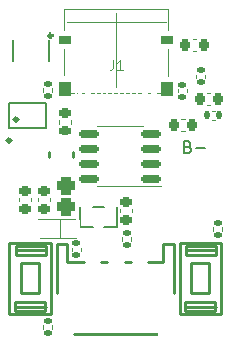
<source format=gto>
G04 #@! TF.GenerationSoftware,KiCad,Pcbnew,7.0.1-0*
G04 #@! TF.CreationDate,2024-01-29T00:44:29+01:00*
G04 #@! TF.ProjectId,Smart_Lamps,536d6172-745f-44c6-916d-70732e6b6963,rev?*
G04 #@! TF.SameCoordinates,Original*
G04 #@! TF.FileFunction,Legend,Top*
G04 #@! TF.FilePolarity,Positive*
%FSLAX46Y46*%
G04 Gerber Fmt 4.6, Leading zero omitted, Abs format (unit mm)*
G04 Created by KiCad (PCBNEW 7.0.1-0) date 2024-01-29 00:44:29*
%MOMM*%
%LPD*%
G01*
G04 APERTURE LIST*
G04 Aperture macros list*
%AMRoundRect*
0 Rectangle with rounded corners*
0 $1 Rounding radius*
0 $2 $3 $4 $5 $6 $7 $8 $9 X,Y pos of 4 corners*
0 Add a 4 corners polygon primitive as box body*
4,1,4,$2,$3,$4,$5,$6,$7,$8,$9,$2,$3,0*
0 Add four circle primitives for the rounded corners*
1,1,$1+$1,$2,$3*
1,1,$1+$1,$4,$5*
1,1,$1+$1,$6,$7*
1,1,$1+$1,$8,$9*
0 Add four rect primitives between the rounded corners*
20,1,$1+$1,$2,$3,$4,$5,0*
20,1,$1+$1,$4,$5,$6,$7,0*
20,1,$1+$1,$6,$7,$8,$9,0*
20,1,$1+$1,$8,$9,$2,$3,0*%
G04 Aperture macros list end*
%ADD10C,0.150000*%
%ADD11C,0.100000*%
%ADD12C,0.120000*%
%ADD13C,0.250000*%
%ADD14C,0.300000*%
%ADD15C,0.020000*%
%ADD16C,0.080000*%
%ADD17RoundRect,0.225000X0.250000X-0.225000X0.250000X0.225000X-0.250000X0.225000X-0.250000X-0.225000X0*%
%ADD18RoundRect,0.135000X-0.135000X-0.185000X0.135000X-0.185000X0.135000X0.185000X-0.135000X0.185000X0*%
%ADD19R,0.600000X1.070000*%
%ADD20R,1.800000X1.800000*%
%ADD21RoundRect,0.135000X0.185000X-0.135000X0.185000X0.135000X-0.185000X0.135000X-0.185000X-0.135000X0*%
%ADD22RoundRect,0.225000X-0.250000X0.225000X-0.250000X-0.225000X0.250000X-0.225000X0.250000X0.225000X0*%
%ADD23RoundRect,0.135000X-0.185000X0.135000X-0.185000X-0.135000X0.185000X-0.135000X0.185000X0.135000X0*%
%ADD24RoundRect,0.225000X0.225000X0.250000X-0.225000X0.250000X-0.225000X-0.250000X0.225000X-0.250000X0*%
%ADD25RoundRect,0.381000X-0.390500X-0.381000X0.390500X-0.381000X0.390500X0.381000X-0.390500X0.381000X0*%
%ADD26R,2.200000X1.200000*%
%ADD27C,3.600000*%
%ADD28C,5.600000*%
%ADD29RoundRect,0.150000X0.675000X0.150000X-0.675000X0.150000X-0.675000X-0.150000X0.675000X-0.150000X0*%
%ADD30R,2.043000X3.000000*%
%ADD31O,0.280000X1.620000*%
%ADD32RoundRect,0.225000X-0.225000X-0.250000X0.225000X-0.250000X0.225000X0.250000X-0.225000X0.250000X0*%
%ADD33R,0.530000X1.070000*%
%ADD34C,0.670000*%
%ADD35R,0.250000X1.450000*%
%ADD36R,0.300000X1.450000*%
%ADD37RoundRect,0.500000X0.000000X0.600000X0.000000X0.600000X0.000000X-0.600000X0.000000X-0.600000X0*%
%ADD38RoundRect,0.500000X0.000000X0.300000X0.000000X0.300000X0.000000X-0.300000X0.000000X-0.300000X0*%
%ADD39R,1.500000X3.400000*%
%ADD40R,1.000000X3.500000*%
%ADD41R,1.500000X1.360000*%
G04 APERTURE END LIST*
D10*
X144271428Y-111453809D02*
X144414285Y-111501428D01*
X144414285Y-111501428D02*
X144461904Y-111549047D01*
X144461904Y-111549047D02*
X144509523Y-111644285D01*
X144509523Y-111644285D02*
X144509523Y-111787142D01*
X144509523Y-111787142D02*
X144461904Y-111882380D01*
X144461904Y-111882380D02*
X144414285Y-111930000D01*
X144414285Y-111930000D02*
X144319047Y-111977619D01*
X144319047Y-111977619D02*
X143938095Y-111977619D01*
X143938095Y-111977619D02*
X143938095Y-110977619D01*
X143938095Y-110977619D02*
X144271428Y-110977619D01*
X144271428Y-110977619D02*
X144366666Y-111025238D01*
X144366666Y-111025238D02*
X144414285Y-111072857D01*
X144414285Y-111072857D02*
X144461904Y-111168095D01*
X144461904Y-111168095D02*
X144461904Y-111263333D01*
X144461904Y-111263333D02*
X144414285Y-111358571D01*
X144414285Y-111358571D02*
X144366666Y-111406190D01*
X144366666Y-111406190D02*
X144271428Y-111453809D01*
X144271428Y-111453809D02*
X143938095Y-111453809D01*
X144938095Y-111596666D02*
X145700000Y-111596666D01*
D11*
X137933333Y-104120095D02*
X137933333Y-104691523D01*
X137933333Y-104691523D02*
X137895238Y-104805809D01*
X137895238Y-104805809D02*
X137819047Y-104882000D01*
X137819047Y-104882000D02*
X137704762Y-104920095D01*
X137704762Y-104920095D02*
X137628571Y-104920095D01*
X138733333Y-104920095D02*
X138276190Y-104920095D01*
X138504762Y-104920095D02*
X138504762Y-104120095D01*
X138504762Y-104120095D02*
X138428571Y-104234380D01*
X138428571Y-104234380D02*
X138352381Y-104310571D01*
X138352381Y-104310571D02*
X138276190Y-104348666D01*
D12*
X131590000Y-116090580D02*
X131590000Y-115809420D01*
X132610000Y-116090580D02*
X132610000Y-115809420D01*
X146256359Y-108420000D02*
X146563641Y-108420000D01*
X146256359Y-109180000D02*
X146563641Y-109180000D01*
D10*
X135160000Y-118280000D02*
X136210000Y-118280000D01*
X138240000Y-118280000D02*
X137190000Y-118280000D01*
X135160000Y-116520000D02*
X135160000Y-118280000D01*
X136240000Y-116520000D02*
X137160000Y-116520000D01*
X138240000Y-116520000D02*
X138240000Y-118280000D01*
D13*
X143550000Y-125600000D02*
X147050000Y-125600000D01*
X143550000Y-125600000D02*
X143550000Y-119600000D01*
X144030000Y-125390000D02*
X144030000Y-124630000D01*
X146570000Y-125390000D02*
X144030000Y-125390000D01*
X144070000Y-125020000D02*
X146610000Y-125020000D01*
X144030000Y-124630000D02*
X146570000Y-124630000D01*
X146570000Y-124630000D02*
X146570000Y-125390000D01*
X144540000Y-123870000D02*
X144540000Y-121330000D01*
X146060000Y-123870000D02*
X144540000Y-123870000D01*
X144540000Y-121330000D02*
X146060000Y-121330000D01*
X146060000Y-121330000D02*
X146060000Y-123870000D01*
X144080000Y-120600000D02*
X144080000Y-119840000D01*
X146620000Y-120600000D02*
X144080000Y-120600000D01*
X144120000Y-120230000D02*
X146660000Y-120230000D01*
X144080000Y-119840000D02*
X146620000Y-119840000D01*
X146620000Y-119840000D02*
X146620000Y-120600000D01*
X147050000Y-119600000D02*
X147050000Y-125600000D01*
X147050000Y-119600000D02*
X143550000Y-119600000D01*
D12*
X146420000Y-118553641D02*
X146420000Y-118246359D01*
X147180000Y-118553641D02*
X147180000Y-118246359D01*
X134360000Y-109209420D02*
X134360000Y-109490580D01*
X133340000Y-109209420D02*
X133340000Y-109490580D01*
X132780000Y-106496359D02*
X132780000Y-106803641D01*
X132020000Y-106496359D02*
X132020000Y-106803641D01*
X144965580Y-103360000D02*
X144684420Y-103360000D01*
X144965580Y-102340000D02*
X144684420Y-102340000D01*
X145730000Y-105346359D02*
X145730000Y-105653641D01*
X144970000Y-105346359D02*
X144970000Y-105653641D01*
X135180000Y-119996359D02*
X135180000Y-120303641D01*
X134420000Y-119996359D02*
X134420000Y-120303641D01*
D13*
X132480000Y-111920000D02*
X132480000Y-112320000D01*
X134520000Y-112320000D02*
X134520000Y-111920000D01*
D12*
X138525000Y-114815000D02*
X141975000Y-114815000D01*
X138525000Y-114815000D02*
X136575000Y-114815000D01*
X138525000Y-109695000D02*
X140475000Y-109695000D01*
X138525000Y-109695000D02*
X136575000Y-109695000D01*
X138720000Y-119443641D02*
X138720000Y-119136359D01*
X139480000Y-119443641D02*
X139480000Y-119136359D01*
X132020000Y-126853641D02*
X132020000Y-126546359D01*
X132780000Y-126853641D02*
X132780000Y-126546359D01*
D10*
X129120000Y-107740000D02*
X132280000Y-107740000D01*
X129120000Y-109880000D02*
X129120000Y-107740000D01*
X132280000Y-107740000D02*
X132280000Y-109880000D01*
X132280000Y-109880000D02*
X129120000Y-109880000D01*
D14*
X129260000Y-110920000D02*
G75*
G03*
X129260000Y-110920000I-150000J0D01*
G01*
X129850000Y-109130000D02*
G75*
G03*
X129850000Y-109130000I-150000J0D01*
G01*
D12*
X143990580Y-110160000D02*
X143709420Y-110160000D01*
X143990580Y-109140000D02*
X143709420Y-109140000D01*
D13*
X129150000Y-125600000D02*
X132650000Y-125600000D01*
X129150000Y-125600000D02*
X129150000Y-119600000D01*
X129630000Y-125390000D02*
X129630000Y-124630000D01*
X132170000Y-125390000D02*
X129630000Y-125390000D01*
X129670000Y-125020000D02*
X132210000Y-125020000D01*
X129630000Y-124630000D02*
X132170000Y-124630000D01*
X132170000Y-124630000D02*
X132170000Y-125390000D01*
X130140000Y-123870000D02*
X130140000Y-121330000D01*
X131660000Y-123870000D02*
X130140000Y-123870000D01*
X130140000Y-121330000D02*
X131660000Y-121330000D01*
X131660000Y-121330000D02*
X131660000Y-123870000D01*
X129680000Y-120600000D02*
X129680000Y-119840000D01*
X132220000Y-120600000D02*
X129680000Y-120600000D01*
X129720000Y-120230000D02*
X132260000Y-120230000D01*
X129680000Y-119840000D02*
X132220000Y-119840000D01*
X132220000Y-119840000D02*
X132220000Y-120600000D01*
X132650000Y-119600000D02*
X132650000Y-125600000D01*
X132650000Y-119600000D02*
X129150000Y-119600000D01*
D12*
X129990000Y-116090580D02*
X129990000Y-115809420D01*
X131010000Y-116090580D02*
X131010000Y-115809420D01*
X138540000Y-117015580D02*
X138540000Y-116734420D01*
X139560000Y-117015580D02*
X139560000Y-116734420D01*
X145884420Y-106940000D02*
X146165580Y-106940000D01*
X145884420Y-107960000D02*
X146165580Y-107960000D01*
D10*
X132490000Y-102460000D02*
X132490000Y-104240000D01*
X129410000Y-102460000D02*
X129410000Y-104240000D01*
D14*
X132770000Y-102050000D02*
G75*
G03*
X132770000Y-102050000I-150000J0D01*
G01*
D12*
X144180000Y-106546359D02*
X144180000Y-106853641D01*
X143420000Y-106546359D02*
X143420000Y-106853641D01*
D11*
X142600000Y-106900000D02*
X142600000Y-99800000D01*
X142600000Y-106900000D02*
X133800000Y-106900000D01*
D15*
X138200000Y-106420000D02*
X138200000Y-100100000D01*
D11*
X134000000Y-100900000D02*
X142400000Y-100900000D01*
X133800000Y-106900000D02*
X133800000Y-99800000D01*
X133800000Y-99800000D02*
X142600000Y-99800000D01*
D13*
X143060000Y-119700000D02*
X143060000Y-123850000D01*
X142170000Y-121230000D02*
X142170000Y-119700000D01*
X142170000Y-119700000D02*
X143060000Y-119700000D01*
X141610000Y-127340000D02*
X134620000Y-127340000D01*
X140910000Y-121230000D02*
X142170000Y-121230000D01*
X138910000Y-121230000D02*
X139450000Y-121230000D01*
X136910000Y-121230000D02*
X137450000Y-121230000D01*
X134040000Y-121230000D02*
X135450000Y-121230000D01*
X134040000Y-119700000D02*
X134040000Y-121230000D01*
X133910000Y-119700000D02*
X134040000Y-119700000D01*
X133150000Y-123850000D02*
X133150000Y-119700000D01*
X133150000Y-119700000D02*
X133910000Y-119700000D01*
D16*
X134750000Y-119150000D02*
X131550000Y-119150000D01*
X134730000Y-117550000D02*
X131580000Y-117550000D01*
X133470000Y-117550000D02*
X133470000Y-119150000D01*
%LPC*%
D17*
X132100000Y-116725000D03*
X132100000Y-115175000D03*
D18*
X145900000Y-108800000D03*
X146920000Y-108800000D03*
D19*
X137650000Y-116160000D03*
X135750000Y-116160000D03*
X136700000Y-118640000D03*
D20*
X145300000Y-126600000D03*
X145300000Y-118600000D03*
D21*
X146800000Y-118910000D03*
X146800000Y-117890000D03*
D22*
X133850000Y-108575000D03*
X133850000Y-110125000D03*
D23*
X132400000Y-106140000D03*
X132400000Y-107160000D03*
D24*
X145600000Y-102850000D03*
X144050000Y-102850000D03*
D25*
X133900000Y-114800000D03*
X133900000Y-116600000D03*
D23*
X145350000Y-104990000D03*
X145350000Y-106010000D03*
X134800000Y-119640000D03*
X134800000Y-120660000D03*
D26*
X133500000Y-113150000D03*
X133500000Y-111090000D03*
D27*
X150300000Y-124900000D03*
D28*
X150300000Y-124900000D03*
D29*
X141150000Y-114160000D03*
X141150000Y-112890000D03*
X141150000Y-111620000D03*
X141150000Y-110350000D03*
X135900000Y-110350000D03*
X135900000Y-111620000D03*
X135900000Y-112890000D03*
X135900000Y-114160000D03*
D30*
X138525000Y-112255000D03*
D27*
X126100000Y-124900000D03*
D28*
X126100000Y-124900000D03*
D27*
X126100000Y-104100000D03*
D28*
X126100000Y-104100000D03*
D21*
X139100000Y-119800000D03*
X139100000Y-118780000D03*
X132400000Y-127210000D03*
X132400000Y-126190000D03*
D31*
X129700000Y-110920000D03*
X130200000Y-110920000D03*
X130700000Y-110920000D03*
X131200000Y-110920000D03*
X131700000Y-110920000D03*
X131700000Y-106700000D03*
X131200000Y-106700000D03*
X130700000Y-106700000D03*
X130200000Y-106700000D03*
X129700000Y-106700000D03*
D24*
X144625000Y-109650000D03*
X143075000Y-109650000D03*
D20*
X130900000Y-126600000D03*
X130900000Y-118600000D03*
D17*
X130500000Y-116725000D03*
X130500000Y-115175000D03*
X139050000Y-117650000D03*
X139050000Y-116100000D03*
D32*
X145250000Y-107450000D03*
X146800000Y-107450000D03*
D33*
X131900000Y-102200000D03*
X130950000Y-102200000D03*
X130000000Y-102200000D03*
X130000000Y-104500000D03*
X130950000Y-104500000D03*
X131900000Y-104500000D03*
D23*
X143800000Y-106190000D03*
X143800000Y-107210000D03*
D34*
X141100000Y-106050000D03*
X135300000Y-106050000D03*
D35*
X141575000Y-107500000D03*
X140775000Y-107500000D03*
X139450000Y-107500000D03*
X138450000Y-107500000D03*
X137950000Y-107500000D03*
X136950000Y-107500000D03*
X135625000Y-107500000D03*
X134825000Y-107500000D03*
D36*
X135100000Y-107500000D03*
X135900000Y-107500000D03*
D35*
X136450000Y-107500000D03*
X137450000Y-107500000D03*
X138950000Y-107500000D03*
X139950000Y-107500000D03*
D36*
X140500000Y-107500000D03*
X141300000Y-107500000D03*
D37*
X142520000Y-106580000D03*
D38*
X142520000Y-102400000D03*
D37*
X133880000Y-106580000D03*
D38*
X133880000Y-102400000D03*
D27*
X150300000Y-104100000D03*
D28*
X150300000Y-104100000D03*
D39*
X142530000Y-125770000D03*
X133670000Y-125770000D03*
D40*
X136100000Y-120230000D03*
X138100000Y-120230000D03*
X140100000Y-120230000D03*
D41*
X134350000Y-118350000D03*
X131950000Y-118350000D03*
G36*
X146038000Y-112166613D02*
G01*
X146083387Y-112212000D01*
X146100000Y-112274000D01*
X146100000Y-114376000D01*
X146083387Y-114438000D01*
X146038000Y-114483387D01*
X145976000Y-114500000D01*
X143824000Y-114500000D01*
X143762000Y-114483387D01*
X143716613Y-114438000D01*
X143700000Y-114376000D01*
X143700000Y-112274000D01*
X143716613Y-112212000D01*
X143762000Y-112166613D01*
X143824000Y-112150000D01*
X145976000Y-112150000D01*
X146038000Y-112166613D01*
G37*
G36*
X131688000Y-112716613D02*
G01*
X131733387Y-112762000D01*
X131750000Y-112824000D01*
X131750000Y-114176000D01*
X131733387Y-114238000D01*
X131688000Y-114283387D01*
X131626000Y-114300000D01*
X130024000Y-114300000D01*
X129962000Y-114283387D01*
X129916613Y-114238000D01*
X129900000Y-114176000D01*
X129900000Y-112824000D01*
X129916613Y-112762000D01*
X129962000Y-112716613D01*
X130024000Y-112700000D01*
X131626000Y-112700000D01*
X131688000Y-112716613D01*
G37*
M02*

</source>
